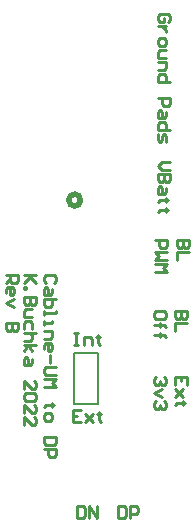
<source format=gto>
G04*
G04 #@! TF.GenerationSoftware,Altium Limited,Altium Designer,18.0.12 (696)*
G04*
G04 Layer_Color=65535*
%FSLAX25Y25*%
%MOIN*%
G70*
G01*
G75*
%ADD10C,0.01968*%
%ADD11C,0.00787*%
%ADD12C,0.01000*%
D10*
X165102Y176409D02*
G03*
X165102Y176409I-1969J0D01*
G01*
D11*
X163063Y108476D02*
Y125406D01*
X170937Y108476D02*
Y125406D01*
X163063Y108476D02*
X170937D01*
X163063Y125406D02*
X170937D01*
D12*
X150299Y151300D02*
X146300D01*
X147633D01*
X150299Y148634D01*
X148299Y150634D01*
X146300Y148634D01*
Y147301D02*
X146967D01*
Y146635D01*
X146300D01*
Y147301D01*
X150299Y143969D02*
X146300D01*
Y141970D01*
X146967Y141303D01*
X147633D01*
X148299Y141970D01*
Y143969D01*
Y141970D01*
X148966Y141303D01*
X149632D01*
X150299Y141970D01*
Y143969D01*
X148966Y139970D02*
X146967D01*
X146300Y139304D01*
Y137304D01*
X148966D01*
Y133306D02*
Y135305D01*
X148299Y135972D01*
X146967D01*
X146300Y135305D01*
Y133306D01*
X150299Y131973D02*
X146300D01*
X148299D01*
X148966Y131306D01*
Y129974D01*
X148299Y129307D01*
X146300D01*
Y127974D02*
X150299D01*
X147633D02*
X148966Y125975D01*
X147633Y127974D02*
X146300Y125975D01*
X148966Y123309D02*
Y121976D01*
X148299Y121310D01*
X146300D01*
Y123309D01*
X146967Y123976D01*
X147633Y123309D01*
Y121310D01*
X146300Y113312D02*
Y115978D01*
X148966Y113312D01*
X149632D01*
X150299Y113979D01*
Y115312D01*
X149632Y115978D01*
Y111979D02*
X150299Y111313D01*
Y109980D01*
X149632Y109314D01*
X146967D01*
X146300Y109980D01*
Y111313D01*
X146967Y111979D01*
X149632D01*
X146300Y105315D02*
Y107981D01*
X148966Y105315D01*
X149632D01*
X150299Y105981D01*
Y107314D01*
X149632Y107981D01*
X146300Y101316D02*
Y103982D01*
X148966Y101316D01*
X149632D01*
X150299Y101983D01*
Y103315D01*
X149632Y103982D01*
X200697Y139500D02*
X196698D01*
Y137501D01*
X197365Y136834D01*
X198031D01*
X198698Y137501D01*
Y139500D01*
Y137501D01*
X199364Y136834D01*
X200031D01*
X200697Y137501D01*
Y139500D01*
Y135501D02*
X196698D01*
Y132835D01*
X193499Y137501D02*
Y138833D01*
X192832Y139500D01*
X190166D01*
X189500Y138833D01*
Y137501D01*
X190166Y136834D01*
X192832D01*
X193499Y137501D01*
X189500Y134835D02*
X192832D01*
X191499D01*
Y135501D01*
Y134168D01*
Y134835D01*
X192832D01*
X193499Y134168D01*
X189500Y131503D02*
X192832D01*
X191499D01*
Y132169D01*
Y130836D01*
Y131503D01*
X192832D01*
X193499Y130836D01*
X200697Y114834D02*
Y117500D01*
X196698D01*
Y114834D01*
X198698Y117500D02*
Y116167D01*
X199364Y113501D02*
X196698Y110836D01*
X198031Y112168D01*
X199364Y110836D01*
X196698Y113501D01*
X200031Y108836D02*
X199364D01*
Y109503D01*
Y108170D01*
Y108836D01*
X197365D01*
X196698Y108170D01*
X192832Y117500D02*
X193499Y116833D01*
Y115501D01*
X192832Y114834D01*
X192166D01*
X191499Y115501D01*
Y116167D01*
Y115501D01*
X190833Y114834D01*
X190166D01*
X189500Y115501D01*
Y116833D01*
X190166Y117500D01*
X192166Y113501D02*
X189500Y112168D01*
X192166Y110836D01*
X192832Y109503D02*
X193499Y108836D01*
Y107503D01*
X192832Y106837D01*
X192166D01*
X191499Y107503D01*
Y108170D01*
Y107503D01*
X190833Y106837D01*
X190166D01*
X189500Y107503D01*
Y108836D01*
X190166Y109503D01*
X165166Y106499D02*
X162500D01*
Y102500D01*
X165166D01*
X162500Y104499D02*
X163833D01*
X166499Y105166D02*
X169165Y102500D01*
X167832Y103833D01*
X169165Y105166D01*
X166499Y102500D01*
X171164Y105832D02*
Y105166D01*
X170497D01*
X171830D01*
X171164D01*
Y103166D01*
X171830Y102500D01*
X177500Y74499D02*
Y70500D01*
X179499D01*
X180166Y71166D01*
Y73832D01*
X179499Y74499D01*
X177500D01*
X181499Y70500D02*
Y74499D01*
X183498D01*
X184165Y73832D01*
Y72499D01*
X183498Y71833D01*
X181499D01*
X140300Y151300D02*
X144299D01*
Y149301D01*
X143632Y148634D01*
X142299D01*
X141633Y149301D01*
Y151300D01*
Y149967D02*
X140300Y148634D01*
Y145302D02*
Y146635D01*
X140966Y147301D01*
X142299D01*
X142966Y146635D01*
Y145302D01*
X142299Y144635D01*
X141633D01*
Y147301D01*
X142966Y143303D02*
X140300Y141970D01*
X142966Y140637D01*
X144299Y135305D02*
X140300D01*
Y133306D01*
X140966Y132639D01*
X141633D01*
X142299Y133306D01*
Y135305D01*
Y133306D01*
X142966Y132639D01*
X143632D01*
X144299Y133306D01*
Y135305D01*
X201197Y163000D02*
X197198D01*
Y161001D01*
X197865Y160334D01*
X198531D01*
X199198Y161001D01*
Y163000D01*
Y161001D01*
X199864Y160334D01*
X200531D01*
X201197Y161001D01*
Y163000D01*
Y159001D02*
X197198D01*
Y156335D01*
X190000Y163000D02*
X193999D01*
Y161001D01*
X193332Y160334D01*
X191999D01*
X191333Y161001D01*
Y163000D01*
X193999Y159001D02*
X190000D01*
X191333Y157668D01*
X190000Y156335D01*
X193999D01*
X190000Y155003D02*
X193999D01*
X192666Y153670D01*
X193999Y152337D01*
X190000D01*
X156132Y148634D02*
X156799Y149301D01*
Y150634D01*
X156132Y151300D01*
X153466D01*
X152800Y150634D01*
Y149301D01*
X153466Y148634D01*
X155466Y146635D02*
Y145302D01*
X154799Y144635D01*
X152800D01*
Y146635D01*
X153466Y147301D01*
X154133Y146635D01*
Y144635D01*
X156799Y143303D02*
X152800D01*
Y141303D01*
X153466Y140637D01*
X154133D01*
X154799D01*
X155466Y141303D01*
Y143303D01*
X152800Y139304D02*
Y137971D01*
Y138637D01*
X156799D01*
Y139304D01*
X152800Y135972D02*
Y134639D01*
Y135305D01*
X155466D01*
Y135972D01*
X152800Y132639D02*
X155466D01*
Y130640D01*
X154799Y129974D01*
X152800D01*
Y126641D02*
Y127974D01*
X153466Y128641D01*
X154799D01*
X155466Y127974D01*
Y126641D01*
X154799Y125975D01*
X154133D01*
Y128641D01*
X154799Y124642D02*
Y121976D01*
X156799Y120643D02*
X153466D01*
X152800Y119977D01*
Y118644D01*
X153466Y117977D01*
X156799D01*
X152800Y116645D02*
X156799D01*
X155466Y115312D01*
X156799Y113979D01*
X152800D01*
X156132Y107981D02*
X155466D01*
Y108647D01*
Y107314D01*
Y107981D01*
X153466D01*
X152800Y107314D01*
Y104648D02*
Y103315D01*
X153466Y102649D01*
X154799D01*
X155466Y103315D01*
Y104648D01*
X154799Y105315D01*
X153466D01*
X152800Y104648D01*
X156799Y97317D02*
X152800D01*
Y95318D01*
X153466Y94652D01*
X156132D01*
X156799Y95318D01*
Y97317D01*
X152800Y93319D02*
X156799D01*
Y91319D01*
X156132Y90653D01*
X154799D01*
X154133Y91319D01*
Y93319D01*
X163000Y131999D02*
X164333D01*
X163666D01*
Y128000D01*
X163000D01*
X164333D01*
X166332D02*
Y130666D01*
X168332D01*
X168998Y129999D01*
Y128000D01*
X170997Y131332D02*
Y130666D01*
X170331D01*
X171664D01*
X170997D01*
Y128666D01*
X171664Y128000D01*
X164000Y74499D02*
Y70500D01*
X165999D01*
X166666Y71166D01*
Y73832D01*
X165999Y74499D01*
X164000D01*
X167999Y70500D02*
Y74499D01*
X170665Y70500D01*
Y74499D01*
X194999Y189000D02*
X192333D01*
X191000Y187667D01*
X192333Y186334D01*
X194999D01*
Y185001D02*
X191000D01*
Y183002D01*
X191666Y182335D01*
X192333D01*
X192999Y183002D01*
Y185001D01*
Y183002D01*
X193666Y182335D01*
X194332D01*
X194999Y183002D01*
Y185001D01*
X193666Y180336D02*
Y179003D01*
X192999Y178337D01*
X191000D01*
Y180336D01*
X191666Y181003D01*
X192333Y180336D01*
Y178337D01*
X194332Y176337D02*
X193666D01*
Y177004D01*
Y175671D01*
Y176337D01*
X191666D01*
X191000Y175671D01*
X194332Y173005D02*
X193666D01*
Y173672D01*
Y172339D01*
Y173005D01*
X191666D01*
X191000Y172339D01*
X194332Y235834D02*
X194999Y236501D01*
Y237834D01*
X194332Y238500D01*
X191666D01*
X191000Y237834D01*
Y236501D01*
X191666Y235834D01*
X192999D01*
Y237167D01*
X193666Y234501D02*
X191000D01*
X192333D01*
X192999Y233835D01*
X193666Y233168D01*
Y232502D01*
X191000Y229836D02*
Y228503D01*
X191666Y227837D01*
X192999D01*
X193666Y228503D01*
Y229836D01*
X192999Y230503D01*
X191666D01*
X191000Y229836D01*
X193666Y226504D02*
X191666D01*
X191000Y225837D01*
Y223838D01*
X193666D01*
X191000Y222505D02*
X193666D01*
Y220506D01*
X192999Y219839D01*
X191000D01*
X194999Y215841D02*
X191000D01*
Y217840D01*
X191666Y218506D01*
X192999D01*
X193666Y217840D01*
Y215841D01*
X191000Y210509D02*
X194999D01*
Y208510D01*
X194332Y207843D01*
X192999D01*
X192333Y208510D01*
Y210509D01*
X193666Y205844D02*
Y204511D01*
X192999Y203844D01*
X191000D01*
Y205844D01*
X191666Y206510D01*
X192333Y205844D01*
Y203844D01*
X194999Y199846D02*
X191000D01*
Y201845D01*
X191666Y202512D01*
X192999D01*
X193666Y201845D01*
Y199846D01*
X191000Y198513D02*
Y196514D01*
X191666Y195847D01*
X192333Y196514D01*
Y197846D01*
X192999Y198513D01*
X193666Y197846D01*
Y195847D01*
M02*

</source>
